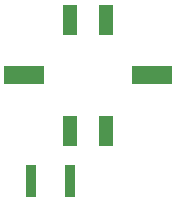
<source format=gbp>
G04*
G04 #@! TF.GenerationSoftware,Altium Limited,Altium Designer,25.5.2 (35)*
G04*
G04 Layer_Color=128*
%FSLAX44Y44*%
%MOMM*%
G71*
G04*
G04 #@! TF.SameCoordinates,F72C58DA-7479-44D0-9E82-083B63CA5D52*
G04*
G04*
G04 #@! TF.FilePolarity,Positive*
G04*
G01*
G75*
%ADD19R,1.2700X2.5400*%
%ADD20R,3.4300X1.6500*%
%ADD21R,0.9542X2.7062*%
D19*
X421749Y807001D02*
D03*
X391749Y713001D02*
D03*
Y807001D02*
D03*
X421749Y713001D02*
D03*
D20*
X460599Y760001D02*
D03*
X352899D02*
D03*
D21*
X358750Y670500D02*
D03*
X391250D02*
D03*
M02*

</source>
